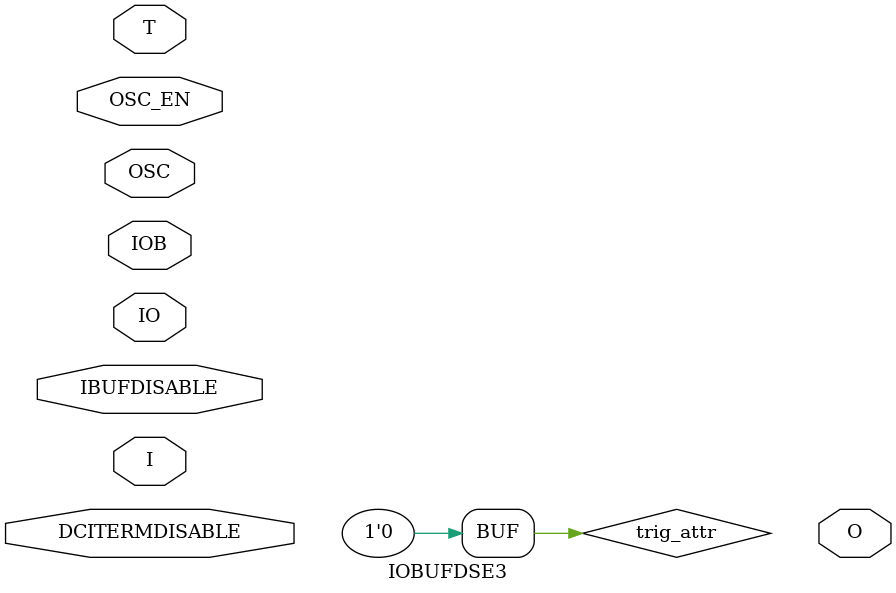
<source format=v>

module IOBUFDSE3 #(
`ifdef XIL_TIMING
  parameter LOC = "UNPLACED",
`endif
  parameter DIFF_TERM = "FALSE",
  parameter DQS_BIAS = "FALSE",
  parameter IBUF_LOW_PWR = "TRUE",
  parameter IOSTANDARD = "DEFAULT",
  parameter integer SIM_INPUT_BUFFER_OFFSET = 0,
  parameter USE_IBUFDISABLE = "FALSE"
)(
  output O,

  inout IO,
  inout IOB,

  input DCITERMDISABLE,
  input I,
  input IBUFDISABLE,
  input [3:0] OSC,
  input [1:0] OSC_EN,
  input T
);
  
// define constants
  localparam MODULE_NAME = "IOBUFDSE3";
  localparam in_delay    = 0;
  localparam out_delay   = 0;
  localparam inclk_delay    = 0;
  localparam outclk_delay   = 0;

// Parameter encodings and registers
  localparam DIFF_TERM_FALSE = 0;
  localparam DIFF_TERM_TRUE = 1;
  localparam DQS_BIAS_FALSE = 0;
  localparam DQS_BIAS_TRUE = 1;
  localparam IBUF_LOW_PWR_FALSE = 1;
  localparam IBUF_LOW_PWR_TRUE = 0;
  localparam USE_IBUFDISABLE_FALSE = 0;
  localparam USE_IBUFDISABLE_TRUE = 1;

// include dynamic registers - XILINX test only
  reg trig_attr = 1'b0;
  localparam [40:1] DIFF_TERM_REG = DIFF_TERM;
  localparam [40:1] DQS_BIAS_REG = DQS_BIAS;
  localparam [40:1] IBUF_LOW_PWR_REG = IBUF_LOW_PWR;
  localparam integer SIM_INPUT_BUFFER_OFFSET_REG = SIM_INPUT_BUFFER_OFFSET;
  localparam [40:1] USE_IBUFDISABLE_REG = USE_IBUFDISABLE;


endmodule

</source>
